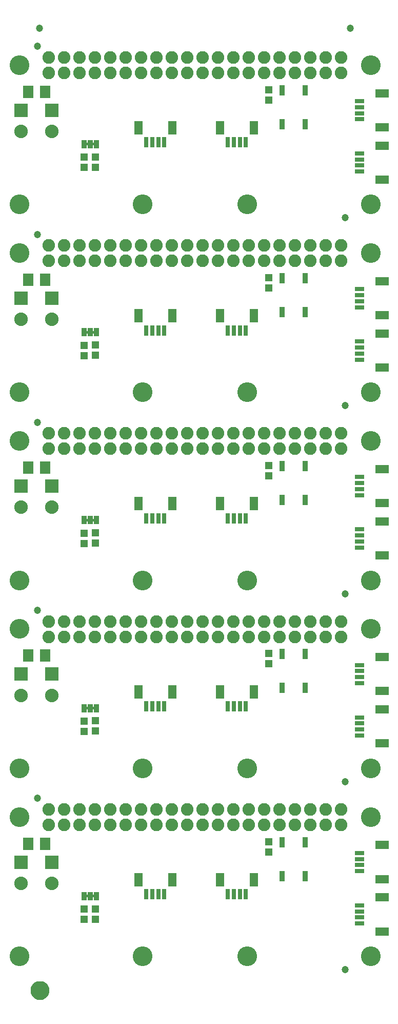
<source format=gts>
G75*
%MOIN*%
%OFA0B0*%
%FSLAX25Y25*%
%IPPOS*%
%LPD*%
%AMOC8*
5,1,8,0,0,1.08239X$1,22.5*
%
%ADD10C,0.04737*%
%ADD11R,0.08674X0.05524*%
%ADD12R,0.06115X0.03162*%
%ADD13C,0.08200*%
%ADD14C,0.12800*%
%ADD15R,0.03300X0.05800*%
%ADD16C,0.00500*%
%ADD17R,0.04737X0.05131*%
%ADD18R,0.08800X0.08800*%
%ADD19C,0.08800*%
%ADD20R,0.03800X0.06800*%
%ADD21R,0.07099X0.07887*%
%ADD22R,0.03162X0.06902*%
%ADD23R,0.05524X0.08674*%
%ADD24C,0.05000*%
%ADD25C,0.06706*%
D10*
X0115003Y0182378D03*
X0115003Y0304457D03*
X0115003Y0426535D03*
X0115003Y0548614D03*
X0115003Y0670693D03*
X0116333Y0682644D03*
X0318239Y0682644D03*
X0315042Y0559491D03*
X0315042Y0437412D03*
X0315042Y0315333D03*
X0315042Y0193254D03*
X0315042Y0071176D03*
D11*
X0338801Y0095979D03*
X0338801Y0118027D03*
X0338802Y0129976D03*
X0338802Y0152024D03*
X0338801Y0218058D03*
X0338801Y0240105D03*
X0338802Y0252055D03*
X0338802Y0274102D03*
X0338801Y0340137D03*
X0338801Y0362184D03*
X0338802Y0374134D03*
X0338802Y0396181D03*
X0338801Y0462216D03*
X0338801Y0484263D03*
X0338802Y0496213D03*
X0338802Y0518260D03*
X0338801Y0584294D03*
X0338801Y0606342D03*
X0338802Y0618291D03*
X0338802Y0640339D03*
D12*
X0324333Y0635221D03*
X0324333Y0631284D03*
X0324333Y0627346D03*
X0324333Y0623409D03*
X0324333Y0601224D03*
X0324333Y0597287D03*
X0324333Y0593350D03*
X0324333Y0589413D03*
X0324333Y0513142D03*
X0324333Y0509205D03*
X0324333Y0505268D03*
X0324333Y0501331D03*
X0324333Y0479145D03*
X0324333Y0475208D03*
X0324333Y0471271D03*
X0324333Y0467334D03*
X0324333Y0391063D03*
X0324333Y0387126D03*
X0324333Y0383189D03*
X0324333Y0379252D03*
X0324333Y0357066D03*
X0324333Y0353129D03*
X0324333Y0349192D03*
X0324333Y0345255D03*
X0324333Y0268984D03*
X0324333Y0265047D03*
X0324333Y0261110D03*
X0324333Y0257173D03*
X0324333Y0234987D03*
X0324333Y0231050D03*
X0324333Y0227113D03*
X0324333Y0223176D03*
X0324333Y0146906D03*
X0324333Y0142969D03*
X0324333Y0139031D03*
X0324333Y0135094D03*
X0324333Y0112909D03*
X0324333Y0108972D03*
X0324333Y0105035D03*
X0324333Y0101098D03*
D13*
X0312286Y0165213D03*
X0312286Y0175213D03*
X0302286Y0175213D03*
X0302286Y0165213D03*
X0292286Y0165213D03*
X0292286Y0175213D03*
X0282286Y0175213D03*
X0282286Y0165213D03*
X0272286Y0165213D03*
X0272286Y0175213D03*
X0262286Y0175213D03*
X0262286Y0165213D03*
X0252286Y0165213D03*
X0252286Y0175213D03*
X0242286Y0175213D03*
X0242286Y0165213D03*
X0232286Y0165213D03*
X0232286Y0175213D03*
X0222286Y0175213D03*
X0222286Y0165213D03*
X0212286Y0165213D03*
X0212286Y0175213D03*
X0202286Y0175213D03*
X0202286Y0165213D03*
X0192286Y0165213D03*
X0192286Y0175213D03*
X0182286Y0175213D03*
X0182286Y0165213D03*
X0172286Y0165213D03*
X0172286Y0175213D03*
X0162286Y0175213D03*
X0162286Y0165213D03*
X0152286Y0165213D03*
X0152286Y0175213D03*
X0142286Y0175213D03*
X0142286Y0165213D03*
X0132286Y0165213D03*
X0132286Y0175213D03*
X0122286Y0175213D03*
X0122286Y0165213D03*
X0122286Y0287291D03*
X0132286Y0287291D03*
X0142286Y0287291D03*
X0152286Y0287291D03*
X0152286Y0297291D03*
X0142286Y0297291D03*
X0132286Y0297291D03*
X0122286Y0297291D03*
X0162286Y0297291D03*
X0162286Y0287291D03*
X0172286Y0287291D03*
X0182286Y0287291D03*
X0192286Y0287291D03*
X0192286Y0297291D03*
X0182286Y0297291D03*
X0172286Y0297291D03*
X0202286Y0297291D03*
X0202286Y0287291D03*
X0212286Y0287291D03*
X0222286Y0287291D03*
X0232286Y0287291D03*
X0232286Y0297291D03*
X0222286Y0297291D03*
X0212286Y0297291D03*
X0242286Y0297291D03*
X0242286Y0287291D03*
X0252286Y0287291D03*
X0262286Y0287291D03*
X0272286Y0287291D03*
X0282286Y0287291D03*
X0282286Y0297291D03*
X0272286Y0297291D03*
X0262286Y0297291D03*
X0252286Y0297291D03*
X0292286Y0297291D03*
X0292286Y0287291D03*
X0302286Y0287291D03*
X0312286Y0287291D03*
X0312286Y0297291D03*
X0302286Y0297291D03*
X0302286Y0409370D03*
X0302286Y0419370D03*
X0292286Y0419370D03*
X0292286Y0409370D03*
X0282286Y0409370D03*
X0282286Y0419370D03*
X0272286Y0419370D03*
X0272286Y0409370D03*
X0262286Y0409370D03*
X0262286Y0419370D03*
X0252286Y0419370D03*
X0252286Y0409370D03*
X0242286Y0409370D03*
X0242286Y0419370D03*
X0232286Y0419370D03*
X0232286Y0409370D03*
X0222286Y0409370D03*
X0222286Y0419370D03*
X0212286Y0419370D03*
X0212286Y0409370D03*
X0202286Y0409370D03*
X0202286Y0419370D03*
X0192286Y0419370D03*
X0192286Y0409370D03*
X0182286Y0409370D03*
X0182286Y0419370D03*
X0172286Y0419370D03*
X0172286Y0409370D03*
X0162286Y0409370D03*
X0162286Y0419370D03*
X0152286Y0419370D03*
X0152286Y0409370D03*
X0142286Y0409370D03*
X0142286Y0419370D03*
X0132286Y0419370D03*
X0132286Y0409370D03*
X0122286Y0409370D03*
X0122286Y0419370D03*
X0122286Y0531449D03*
X0122286Y0541449D03*
X0132286Y0541449D03*
X0132286Y0531449D03*
X0142286Y0531449D03*
X0142286Y0541449D03*
X0152286Y0541449D03*
X0152286Y0531449D03*
X0162286Y0531449D03*
X0162286Y0541449D03*
X0172286Y0541449D03*
X0172286Y0531449D03*
X0182286Y0531449D03*
X0182286Y0541449D03*
X0192286Y0541449D03*
X0192286Y0531449D03*
X0202286Y0531449D03*
X0202286Y0541449D03*
X0212286Y0541449D03*
X0212286Y0531449D03*
X0222286Y0531449D03*
X0222286Y0541449D03*
X0232286Y0541449D03*
X0232286Y0531449D03*
X0242286Y0531449D03*
X0242286Y0541449D03*
X0252286Y0541449D03*
X0252286Y0531449D03*
X0262286Y0531449D03*
X0262286Y0541449D03*
X0272286Y0541449D03*
X0272286Y0531449D03*
X0282286Y0531449D03*
X0282286Y0541449D03*
X0292286Y0541449D03*
X0292286Y0531449D03*
X0302286Y0531449D03*
X0302286Y0541449D03*
X0312286Y0541449D03*
X0312286Y0531449D03*
X0312286Y0419370D03*
X0312286Y0409370D03*
X0312286Y0653528D03*
X0312286Y0663528D03*
X0302286Y0663528D03*
X0292286Y0663528D03*
X0292286Y0653528D03*
X0302286Y0653528D03*
X0282286Y0653528D03*
X0282286Y0663528D03*
X0272286Y0663528D03*
X0262286Y0663528D03*
X0252286Y0663528D03*
X0242286Y0663528D03*
X0242286Y0653528D03*
X0252286Y0653528D03*
X0262286Y0653528D03*
X0272286Y0653528D03*
X0232286Y0653528D03*
X0232286Y0663528D03*
X0222286Y0663528D03*
X0212286Y0663528D03*
X0202286Y0663528D03*
X0202286Y0653528D03*
X0212286Y0653528D03*
X0222286Y0653528D03*
X0192286Y0653528D03*
X0192286Y0663528D03*
X0182286Y0663528D03*
X0172286Y0663528D03*
X0162286Y0663528D03*
X0162286Y0653528D03*
X0172286Y0653528D03*
X0182286Y0653528D03*
X0152286Y0653528D03*
X0152286Y0663528D03*
X0142286Y0663528D03*
X0132286Y0663528D03*
X0122286Y0663528D03*
X0122286Y0653528D03*
X0132286Y0653528D03*
X0142286Y0653528D03*
D14*
X0103113Y0079780D03*
X0103113Y0170331D03*
X0103113Y0201858D03*
X0103113Y0292409D03*
X0103113Y0323937D03*
X0103113Y0414488D03*
X0103113Y0446016D03*
X0103113Y0536567D03*
X0103113Y0568095D03*
X0103113Y0658646D03*
X0183213Y0568095D03*
X0251359Y0568095D03*
X0251359Y0446016D03*
X0183213Y0446016D03*
X0183213Y0323937D03*
X0251359Y0323937D03*
X0251359Y0201858D03*
X0183213Y0201858D03*
X0183213Y0079780D03*
X0251359Y0079780D03*
X0331459Y0079780D03*
X0331459Y0170331D03*
X0331459Y0201858D03*
X0331459Y0292409D03*
X0331459Y0323937D03*
X0331459Y0414488D03*
X0331459Y0446016D03*
X0331459Y0536567D03*
X0331459Y0568095D03*
X0331459Y0658646D03*
D15*
X0153326Y0607208D03*
X0149326Y0607208D03*
X0145326Y0607208D03*
X0145326Y0485129D03*
X0149326Y0485129D03*
X0153326Y0485129D03*
X0153326Y0363050D03*
X0149326Y0363050D03*
X0145326Y0363050D03*
X0145326Y0240972D03*
X0149326Y0240972D03*
X0153326Y0240972D03*
X0153326Y0118893D03*
X0149326Y0118893D03*
X0145326Y0118893D03*
D16*
X0146576Y0118842D02*
X0152076Y0118842D01*
X0152076Y0118393D02*
X0152076Y0119393D01*
X0146576Y0119393D01*
X0146576Y0118393D01*
X0152076Y0118393D01*
X0152076Y0119341D02*
X0146576Y0119341D01*
X0146576Y0240472D02*
X0146576Y0241472D01*
X0152076Y0241472D01*
X0152076Y0240472D01*
X0146576Y0240472D01*
X0146576Y0240479D02*
X0152076Y0240479D01*
X0152076Y0240977D02*
X0146576Y0240977D01*
X0146576Y0362550D02*
X0146576Y0363550D01*
X0152076Y0363550D01*
X0152076Y0362550D01*
X0146576Y0362550D01*
X0146576Y0362614D02*
X0152076Y0362614D01*
X0152076Y0363113D02*
X0146576Y0363113D01*
X0146576Y0484629D02*
X0146576Y0485629D01*
X0152076Y0485629D01*
X0152076Y0484629D01*
X0146576Y0484629D01*
X0146576Y0484750D02*
X0152076Y0484750D01*
X0152076Y0485248D02*
X0146576Y0485248D01*
X0146576Y0606708D02*
X0146576Y0607708D01*
X0152076Y0607708D01*
X0152076Y0606708D01*
X0146576Y0606708D01*
X0146576Y0606885D02*
X0152076Y0606885D01*
X0152076Y0607383D02*
X0146576Y0607383D01*
D17*
X0145377Y0598758D03*
X0145377Y0592065D03*
X0152703Y0592265D03*
X0152703Y0598958D03*
X0152703Y0476879D03*
X0152703Y0470186D03*
X0145377Y0469986D03*
X0145377Y0476679D03*
X0145377Y0354600D03*
X0145377Y0347907D03*
X0152703Y0348107D03*
X0152703Y0354800D03*
X0152703Y0232721D03*
X0152703Y0226028D03*
X0145377Y0225828D03*
X0145377Y0232521D03*
X0145377Y0110443D03*
X0145377Y0103750D03*
X0152703Y0103950D03*
X0152703Y0110643D03*
X0265333Y0147654D03*
X0265333Y0154346D03*
X0265333Y0269732D03*
X0265333Y0276425D03*
X0265333Y0391811D03*
X0265333Y0398504D03*
X0265333Y0513890D03*
X0265333Y0520583D03*
X0265333Y0635969D03*
X0265333Y0642661D03*
D18*
X0124333Y0629315D03*
X0104333Y0629315D03*
X0104333Y0507236D03*
X0124333Y0507236D03*
X0124333Y0385158D03*
X0104333Y0385158D03*
X0104333Y0263079D03*
X0124333Y0263079D03*
X0124333Y0141000D03*
X0104333Y0141000D03*
D19*
X0104333Y0127220D03*
X0124333Y0127220D03*
X0124333Y0249299D03*
X0104333Y0249299D03*
X0104333Y0371378D03*
X0124333Y0371378D03*
X0124333Y0493457D03*
X0104333Y0493457D03*
X0104333Y0615535D03*
X0124333Y0615535D03*
D20*
X0273833Y0620315D03*
X0288833Y0620315D03*
X0288833Y0642315D03*
X0273833Y0642315D03*
X0273833Y0520236D03*
X0288833Y0520236D03*
X0288833Y0498236D03*
X0273833Y0498236D03*
X0273833Y0398158D03*
X0288833Y0398158D03*
X0288833Y0376158D03*
X0273833Y0376158D03*
X0273833Y0276079D03*
X0288833Y0276079D03*
X0288833Y0254079D03*
X0273833Y0254079D03*
X0273833Y0154000D03*
X0288833Y0154000D03*
X0288833Y0132000D03*
X0273833Y0132000D03*
D21*
X0119845Y0153000D03*
X0108822Y0153000D03*
X0108822Y0275079D03*
X0119845Y0275079D03*
X0119845Y0397158D03*
X0108822Y0397158D03*
X0108822Y0519236D03*
X0119845Y0519236D03*
X0119845Y0641315D03*
X0108822Y0641315D03*
D22*
X0185514Y0608366D03*
X0189451Y0608366D03*
X0193388Y0608366D03*
X0197325Y0608366D03*
X0238514Y0608366D03*
X0242451Y0608366D03*
X0246388Y0608366D03*
X0250325Y0608366D03*
X0250325Y0486287D03*
X0246388Y0486287D03*
X0242451Y0486287D03*
X0238514Y0486287D03*
X0197325Y0486287D03*
X0193388Y0486287D03*
X0189451Y0486287D03*
X0185514Y0486287D03*
X0185514Y0364209D03*
X0189451Y0364209D03*
X0193388Y0364209D03*
X0197325Y0364209D03*
X0238514Y0364209D03*
X0242451Y0364209D03*
X0246388Y0364209D03*
X0250325Y0364209D03*
X0250325Y0242130D03*
X0246388Y0242130D03*
X0242451Y0242130D03*
X0238514Y0242130D03*
X0197325Y0242130D03*
X0193388Y0242130D03*
X0189451Y0242130D03*
X0185514Y0242130D03*
X0185514Y0120051D03*
X0189451Y0120051D03*
X0193388Y0120051D03*
X0197325Y0120051D03*
X0238514Y0120051D03*
X0242451Y0120051D03*
X0246388Y0120051D03*
X0250325Y0120051D03*
D23*
X0255444Y0129598D03*
X0233396Y0129598D03*
X0202444Y0129598D03*
X0180396Y0129598D03*
X0180396Y0251677D03*
X0202444Y0251677D03*
X0233396Y0251677D03*
X0255444Y0251677D03*
X0255444Y0373756D03*
X0233396Y0373756D03*
X0202444Y0373756D03*
X0180396Y0373756D03*
X0180396Y0495835D03*
X0202444Y0495835D03*
X0233396Y0495835D03*
X0255444Y0495835D03*
X0255444Y0617913D03*
X0233396Y0617913D03*
X0202444Y0617913D03*
X0180396Y0617913D03*
D24*
X0112768Y0057750D02*
X0112770Y0057869D01*
X0112776Y0057988D01*
X0112786Y0058107D01*
X0112800Y0058225D01*
X0112818Y0058343D01*
X0112839Y0058460D01*
X0112865Y0058576D01*
X0112895Y0058692D01*
X0112928Y0058806D01*
X0112965Y0058919D01*
X0113006Y0059031D01*
X0113051Y0059142D01*
X0113099Y0059251D01*
X0113151Y0059358D01*
X0113207Y0059463D01*
X0113266Y0059567D01*
X0113328Y0059668D01*
X0113394Y0059768D01*
X0113463Y0059865D01*
X0113535Y0059959D01*
X0113611Y0060052D01*
X0113689Y0060141D01*
X0113770Y0060228D01*
X0113855Y0060313D01*
X0113942Y0060394D01*
X0114031Y0060472D01*
X0114124Y0060548D01*
X0114218Y0060620D01*
X0114315Y0060689D01*
X0114415Y0060755D01*
X0114516Y0060817D01*
X0114620Y0060876D01*
X0114725Y0060932D01*
X0114832Y0060984D01*
X0114941Y0061032D01*
X0115052Y0061077D01*
X0115164Y0061118D01*
X0115277Y0061155D01*
X0115391Y0061188D01*
X0115507Y0061218D01*
X0115623Y0061244D01*
X0115740Y0061265D01*
X0115858Y0061283D01*
X0115976Y0061297D01*
X0116095Y0061307D01*
X0116214Y0061313D01*
X0116333Y0061315D01*
X0116452Y0061313D01*
X0116571Y0061307D01*
X0116690Y0061297D01*
X0116808Y0061283D01*
X0116926Y0061265D01*
X0117043Y0061244D01*
X0117159Y0061218D01*
X0117275Y0061188D01*
X0117389Y0061155D01*
X0117502Y0061118D01*
X0117614Y0061077D01*
X0117725Y0061032D01*
X0117834Y0060984D01*
X0117941Y0060932D01*
X0118046Y0060876D01*
X0118150Y0060817D01*
X0118251Y0060755D01*
X0118351Y0060689D01*
X0118448Y0060620D01*
X0118542Y0060548D01*
X0118635Y0060472D01*
X0118724Y0060394D01*
X0118811Y0060313D01*
X0118896Y0060228D01*
X0118977Y0060141D01*
X0119055Y0060052D01*
X0119131Y0059959D01*
X0119203Y0059865D01*
X0119272Y0059768D01*
X0119338Y0059668D01*
X0119400Y0059567D01*
X0119459Y0059463D01*
X0119515Y0059358D01*
X0119567Y0059251D01*
X0119615Y0059142D01*
X0119660Y0059031D01*
X0119701Y0058919D01*
X0119738Y0058806D01*
X0119771Y0058692D01*
X0119801Y0058576D01*
X0119827Y0058460D01*
X0119848Y0058343D01*
X0119866Y0058225D01*
X0119880Y0058107D01*
X0119890Y0057988D01*
X0119896Y0057869D01*
X0119898Y0057750D01*
X0119896Y0057631D01*
X0119890Y0057512D01*
X0119880Y0057393D01*
X0119866Y0057275D01*
X0119848Y0057157D01*
X0119827Y0057040D01*
X0119801Y0056924D01*
X0119771Y0056808D01*
X0119738Y0056694D01*
X0119701Y0056581D01*
X0119660Y0056469D01*
X0119615Y0056358D01*
X0119567Y0056249D01*
X0119515Y0056142D01*
X0119459Y0056037D01*
X0119400Y0055933D01*
X0119338Y0055832D01*
X0119272Y0055732D01*
X0119203Y0055635D01*
X0119131Y0055541D01*
X0119055Y0055448D01*
X0118977Y0055359D01*
X0118896Y0055272D01*
X0118811Y0055187D01*
X0118724Y0055106D01*
X0118635Y0055028D01*
X0118542Y0054952D01*
X0118448Y0054880D01*
X0118351Y0054811D01*
X0118251Y0054745D01*
X0118150Y0054683D01*
X0118046Y0054624D01*
X0117941Y0054568D01*
X0117834Y0054516D01*
X0117725Y0054468D01*
X0117614Y0054423D01*
X0117502Y0054382D01*
X0117389Y0054345D01*
X0117275Y0054312D01*
X0117159Y0054282D01*
X0117043Y0054256D01*
X0116926Y0054235D01*
X0116808Y0054217D01*
X0116690Y0054203D01*
X0116571Y0054193D01*
X0116452Y0054187D01*
X0116333Y0054185D01*
X0116214Y0054187D01*
X0116095Y0054193D01*
X0115976Y0054203D01*
X0115858Y0054217D01*
X0115740Y0054235D01*
X0115623Y0054256D01*
X0115507Y0054282D01*
X0115391Y0054312D01*
X0115277Y0054345D01*
X0115164Y0054382D01*
X0115052Y0054423D01*
X0114941Y0054468D01*
X0114832Y0054516D01*
X0114725Y0054568D01*
X0114620Y0054624D01*
X0114516Y0054683D01*
X0114415Y0054745D01*
X0114315Y0054811D01*
X0114218Y0054880D01*
X0114124Y0054952D01*
X0114031Y0055028D01*
X0113942Y0055106D01*
X0113855Y0055187D01*
X0113770Y0055272D01*
X0113689Y0055359D01*
X0113611Y0055448D01*
X0113535Y0055541D01*
X0113463Y0055635D01*
X0113394Y0055732D01*
X0113328Y0055832D01*
X0113266Y0055933D01*
X0113207Y0056037D01*
X0113151Y0056142D01*
X0113099Y0056249D01*
X0113051Y0056358D01*
X0113006Y0056469D01*
X0112965Y0056581D01*
X0112928Y0056694D01*
X0112895Y0056808D01*
X0112865Y0056924D01*
X0112839Y0057040D01*
X0112818Y0057157D01*
X0112800Y0057275D01*
X0112786Y0057393D01*
X0112776Y0057512D01*
X0112770Y0057631D01*
X0112768Y0057750D01*
D25*
X0116333Y0057750D03*
M02*

</source>
